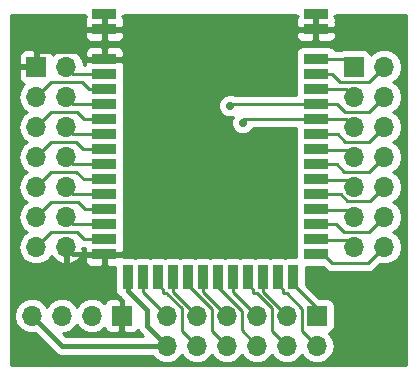
<source format=gtl>
G04 #@! TF.GenerationSoftware,KiCad,Pcbnew,5.0.0-rc2-unknown-c49a439~65~ubuntu18.04.1*
G04 #@! TF.CreationDate,2018-05-29T22:21:52+02:00*
G04 #@! TF.ProjectId,E73_breakout,4537335F627265616B6F75742E6B6963,rev?*
G04 #@! TF.SameCoordinates,Original*
G04 #@! TF.FileFunction,Copper,L1,Top,Signal*
G04 #@! TF.FilePolarity,Positive*
%FSLAX46Y46*%
G04 Gerber Fmt 4.6, Leading zero omitted, Abs format (unit mm)*
G04 Created by KiCad (PCBNEW 5.0.0-rc2-unknown-c49a439~65~ubuntu18.04.1) date Tue May 29 22:21:52 2018*
%MOMM*%
%LPD*%
G01*
G04 APERTURE LIST*
G04 #@! TA.AperFunction,ComponentPad*
%ADD10O,1.700000X1.700000*%
G04 #@! TD*
G04 #@! TA.AperFunction,ComponentPad*
%ADD11R,1.700000X1.700000*%
G04 #@! TD*
G04 #@! TA.AperFunction,SMDPad,CuDef*
%ADD12R,2.100000X0.900000*%
G04 #@! TD*
G04 #@! TA.AperFunction,SMDPad,CuDef*
%ADD13R,0.900000X2.100000*%
G04 #@! TD*
G04 #@! TA.AperFunction,ViaPad*
%ADD14C,0.700000*%
G04 #@! TD*
G04 #@! TA.AperFunction,Conductor*
%ADD15C,0.400000*%
G04 #@! TD*
G04 #@! TA.AperFunction,Conductor*
%ADD16C,0.250000*%
G04 #@! TD*
G04 #@! TA.AperFunction,Conductor*
%ADD17C,0.254000*%
G04 #@! TD*
G04 APERTURE END LIST*
D10*
G04 #@! TO.P,J1,14*
G04 #@! TO.N,GND*
X188317578Y-113556702D03*
G04 #@! TO.P,J1,13*
G04 #@! TO.N,DEC1*
X185777578Y-113556702D03*
G04 #@! TO.P,J1,12*
G04 #@! TO.N,DCC*
X188317578Y-111016702D03*
G04 #@! TO.P,J1,11*
G04 #@! TO.N,DEC4*
X185777578Y-111016702D03*
G04 #@! TO.P,J1,10*
G04 #@! TO.N,PO31*
X188317578Y-108476702D03*
G04 #@! TO.P,J1,9*
G04 #@! TO.N,PO30*
X185777578Y-108476702D03*
G04 #@! TO.P,J1,8*
G04 #@! TO.N,PO29*
X188317578Y-105936702D03*
G04 #@! TO.P,J1,7*
G04 #@! TO.N,PO28*
X185777578Y-105936702D03*
G04 #@! TO.P,J1,6*
G04 #@! TO.N,PO27*
X188317578Y-103396702D03*
G04 #@! TO.P,J1,5*
G04 #@! TO.N,PO26*
X185777578Y-103396702D03*
G04 #@! TO.P,J1,4*
G04 #@! TO.N,PO25*
X188317578Y-100856702D03*
G04 #@! TO.P,J1,3*
G04 #@! TO.N,DEC3*
X185777578Y-100856702D03*
G04 #@! TO.P,J1,2*
G04 #@! TO.N,DEC2*
X188317578Y-98316702D03*
D11*
G04 #@! TO.P,J1,1*
G04 #@! TO.N,GND*
X185777578Y-98316702D03*
G04 #@! TD*
G04 #@! TO.P,J2,1*
G04 #@! TO.N,PO24*
X212701578Y-98316702D03*
D10*
G04 #@! TO.P,J2,2*
G04 #@! TO.N,PO23*
X215241578Y-98316702D03*
G04 #@! TO.P,J2,3*
G04 #@! TO.N,PO22*
X212701578Y-100856702D03*
G04 #@! TO.P,J2,4*
G04 #@! TO.N,SWDIO*
X215241578Y-100856702D03*
G04 #@! TO.P,J2,5*
G04 #@! TO.N,SWDCLK*
X212701578Y-103396702D03*
G04 #@! TO.P,J2,6*
G04 #@! TO.N,PO21*
X215241578Y-103396702D03*
G04 #@! TO.P,J2,7*
G04 #@! TO.N,PO20*
X212701578Y-105936702D03*
G04 #@! TO.P,J2,8*
G04 #@! TO.N,PO19*
X215241578Y-105936702D03*
G04 #@! TO.P,J2,9*
G04 #@! TO.N,PO18*
X212701578Y-108476702D03*
G04 #@! TO.P,J2,10*
G04 #@! TO.N,PO17*
X215241578Y-108476702D03*
G04 #@! TO.P,J2,11*
G04 #@! TO.N,PO16*
X212701578Y-111016702D03*
G04 #@! TO.P,J2,12*
G04 #@! TO.N,PO15*
X215241578Y-111016702D03*
G04 #@! TO.P,J2,13*
G04 #@! TO.N,PO14*
X212701578Y-113556702D03*
G04 #@! TO.P,J2,14*
G04 #@! TO.N,PO13*
X215241578Y-113556702D03*
G04 #@! TD*
G04 #@! TO.P,J3,12*
G04 #@! TO.N,VCC*
X196850000Y-121920000D03*
G04 #@! TO.P,J3,11*
G04 #@! TO.N,PO02*
X196850000Y-119380000D03*
G04 #@! TO.P,J3,10*
G04 #@! TO.N,PO03*
X199390000Y-121920000D03*
G04 #@! TO.P,J3,9*
G04 #@! TO.N,PO04*
X199390000Y-119380000D03*
G04 #@! TO.P,J3,8*
G04 #@! TO.N,PO05*
X201930000Y-121920000D03*
G04 #@! TO.P,J3,7*
G04 #@! TO.N,PO06*
X201930000Y-119380000D03*
G04 #@! TO.P,J3,6*
G04 #@! TO.N,PO07*
X204470000Y-121920000D03*
G04 #@! TO.P,J3,5*
G04 #@! TO.N,PO08*
X204470000Y-119380000D03*
G04 #@! TO.P,J3,4*
G04 #@! TO.N,PO09*
X207010000Y-121920000D03*
G04 #@! TO.P,J3,3*
G04 #@! TO.N,PO10*
X207010000Y-119380000D03*
G04 #@! TO.P,J3,2*
G04 #@! TO.N,PO11*
X209550000Y-121920000D03*
D11*
G04 #@! TO.P,J3,1*
G04 #@! TO.N,PO12*
X209550000Y-119380000D03*
G04 #@! TD*
D12*
G04 #@! TO.P,E73-2G4M04S,1*
G04 #@! TO.N,GND*
X191564578Y-93846702D03*
G04 #@! TO.P,E73-2G4M04S,2*
X191564578Y-95116702D03*
G04 #@! TO.P,E73-2G4M04S,3*
X191564578Y-97656702D03*
G04 #@! TO.P,E73-2G4M04S,4*
G04 #@! TO.N,DEC2*
X191564578Y-98926702D03*
G04 #@! TO.P,E73-2G4M04S,5*
G04 #@! TO.N,DEC3*
X191564578Y-100196702D03*
G04 #@! TO.P,E73-2G4M04S,6*
G04 #@! TO.N,PO25*
X191564578Y-101466702D03*
G04 #@! TO.P,E73-2G4M04S,7*
G04 #@! TO.N,PO26*
X191564578Y-102736702D03*
G04 #@! TO.P,E73-2G4M04S,8*
G04 #@! TO.N,PO27*
X191564578Y-104006702D03*
G04 #@! TO.P,E73-2G4M04S,9*
G04 #@! TO.N,PO28*
X191564578Y-105276702D03*
G04 #@! TO.P,E73-2G4M04S,10*
G04 #@! TO.N,PO29*
X191564578Y-106546702D03*
G04 #@! TO.P,E73-2G4M04S,11*
G04 #@! TO.N,PO30*
X191564578Y-107816702D03*
G04 #@! TO.P,E73-2G4M04S,12*
G04 #@! TO.N,PO31*
X191564578Y-109086702D03*
G04 #@! TO.P,E73-2G4M04S,13*
G04 #@! TO.N,DEC4*
X191564578Y-110356702D03*
G04 #@! TO.P,E73-2G4M04S,14*
G04 #@! TO.N,DCC*
X191564578Y-111626702D03*
G04 #@! TO.P,E73-2G4M04S,15*
G04 #@! TO.N,DEC1*
X191564578Y-112896702D03*
G04 #@! TO.P,E73-2G4M04S,16*
G04 #@! TO.N,GND*
X191564578Y-114166702D03*
G04 #@! TO.P,E73-2G4M04S,29*
G04 #@! TO.N,PO13*
X209464578Y-114166702D03*
G04 #@! TO.P,E73-2G4M04S,30*
G04 #@! TO.N,PO14*
X209464578Y-112896702D03*
G04 #@! TO.P,E73-2G4M04S,31*
G04 #@! TO.N,PO15*
X209464578Y-111626702D03*
G04 #@! TO.P,E73-2G4M04S,32*
G04 #@! TO.N,PO16*
X209464578Y-110356702D03*
G04 #@! TO.P,E73-2G4M04S,33*
G04 #@! TO.N,PO17*
X209464578Y-109086702D03*
G04 #@! TO.P,E73-2G4M04S,34*
G04 #@! TO.N,PO18*
X209464578Y-107816702D03*
G04 #@! TO.P,E73-2G4M04S,35*
G04 #@! TO.N,PO19*
X209464578Y-106546702D03*
G04 #@! TO.P,E73-2G4M04S,36*
G04 #@! TO.N,PO20*
X209464578Y-105276702D03*
G04 #@! TO.P,E73-2G4M04S,37*
G04 #@! TO.N,PO21*
X209464578Y-104006702D03*
G04 #@! TO.P,E73-2G4M04S,38*
G04 #@! TO.N,SWDCLK*
X209464578Y-102736702D03*
G04 #@! TO.P,E73-2G4M04S,39*
G04 #@! TO.N,SWDIO*
X209464578Y-101466702D03*
G04 #@! TO.P,E73-2G4M04S,40*
G04 #@! TO.N,PO22*
X209464578Y-100196702D03*
G04 #@! TO.P,E73-2G4M04S,41*
G04 #@! TO.N,PO23*
X209464578Y-98926702D03*
G04 #@! TO.P,E73-2G4M04S,42*
G04 #@! TO.N,PO24*
X209464578Y-97656702D03*
G04 #@! TO.P,E73-2G4M04S,43*
G04 #@! TO.N,GND*
X209464578Y-95116702D03*
G04 #@! TO.P,E73-2G4M04S,44*
X209464578Y-93846702D03*
D13*
G04 #@! TO.P,E73-2G4M04S,17*
G04 #@! TO.N,VCC*
X193529578Y-116116702D03*
G04 #@! TO.P,E73-2G4M04S,18*
G04 #@! TO.N,PO02*
X194799578Y-116116702D03*
G04 #@! TO.P,E73-2G4M04S,19*
G04 #@! TO.N,PO03*
X196069578Y-116116702D03*
G04 #@! TO.P,E73-2G4M04S,20*
G04 #@! TO.N,PO04*
X197339578Y-116116702D03*
G04 #@! TO.P,E73-2G4M04S,21*
G04 #@! TO.N,PO05*
X198609578Y-116116702D03*
G04 #@! TO.P,E73-2G4M04S,22*
G04 #@! TO.N,PO06*
X199879578Y-116116702D03*
G04 #@! TO.P,E73-2G4M04S,23*
G04 #@! TO.N,PO07*
X201149578Y-116116702D03*
G04 #@! TO.P,E73-2G4M04S,24*
G04 #@! TO.N,PO08*
X202419578Y-116116702D03*
G04 #@! TO.P,E73-2G4M04S,25*
G04 #@! TO.N,PO09*
X203689578Y-116116702D03*
G04 #@! TO.P,E73-2G4M04S,26*
G04 #@! TO.N,PO10*
X204959578Y-116116702D03*
G04 #@! TO.P,E73-2G4M04S,27*
G04 #@! TO.N,PO11*
X206229578Y-116116702D03*
G04 #@! TO.P,E73-2G4M04S,28*
G04 #@! TO.N,PO12*
X207499578Y-116116702D03*
G04 #@! TD*
D10*
G04 #@! TO.P,J4,4*
G04 #@! TO.N,VCC*
X185420000Y-119380000D03*
G04 #@! TO.P,J4,3*
G04 #@! TO.N,SWDIO*
X187960000Y-119380000D03*
G04 #@! TO.P,J4,2*
G04 #@! TO.N,SWDCLK*
X190500000Y-119380000D03*
D11*
G04 #@! TO.P,J4,1*
G04 #@! TO.N,GND*
X193040000Y-119380000D03*
G04 #@! TD*
D14*
G04 #@! TO.N,SWDIO*
X202184000Y-101600000D03*
G04 #@! TO.N,SWDCLK*
X203286318Y-103037875D03*
G04 #@! TD*
D15*
G04 #@! TO.N,GND*
X185777578Y-97066702D02*
X185777578Y-98316702D01*
X189424577Y-96966701D02*
X185877579Y-96966701D01*
X190114578Y-97656702D02*
X189424577Y-96966701D01*
X185877579Y-96966701D02*
X185777578Y-97066702D01*
X191564578Y-97656702D02*
X190114578Y-97656702D01*
X188927578Y-114166702D02*
X188317578Y-113556702D01*
X191564578Y-114166702D02*
X188927578Y-114166702D01*
X191564578Y-93846702D02*
X191564578Y-95116702D01*
X209464578Y-93846702D02*
X209464578Y-95116702D01*
X191564578Y-115016702D02*
X191564578Y-114166702D01*
X191564578Y-116654578D02*
X191564578Y-115016702D01*
X193040000Y-118130000D02*
X191564578Y-116654578D01*
X193040000Y-119380000D02*
X193040000Y-118130000D01*
D16*
G04 #@! TO.N,DEC1*
X187084280Y-112250000D02*
X186627577Y-112706703D01*
X189225000Y-112250000D02*
X187084280Y-112250000D01*
X191564578Y-112896702D02*
X189871702Y-112896702D01*
X186627577Y-112706703D02*
X185777578Y-113556702D01*
X189871702Y-112896702D02*
X189225000Y-112250000D01*
G04 #@! TO.N,DCC*
X188927578Y-111626702D02*
X188317578Y-111016702D01*
X191564578Y-111626702D02*
X188927578Y-111626702D01*
G04 #@! TO.N,DEC4*
X186627577Y-110166703D02*
X185777578Y-111016702D01*
X187044280Y-109750000D02*
X186627577Y-110166703D01*
X189300000Y-109750000D02*
X187044280Y-109750000D01*
X191564578Y-110356702D02*
X189906702Y-110356702D01*
X189906702Y-110356702D02*
X189300000Y-109750000D01*
G04 #@! TO.N,PO31*
X188927578Y-109086702D02*
X188317578Y-108476702D01*
X191564578Y-109086702D02*
X188927578Y-109086702D01*
G04 #@! TO.N,PO30*
X186627577Y-107626703D02*
X185777578Y-108476702D01*
X187054280Y-107200000D02*
X186627577Y-107626703D01*
X189200000Y-107200000D02*
X187054280Y-107200000D01*
X191564578Y-107816702D02*
X189816702Y-107816702D01*
X189816702Y-107816702D02*
X189200000Y-107200000D01*
G04 #@! TO.N,PO29*
X188927578Y-106546702D02*
X188317578Y-105936702D01*
X191564578Y-106546702D02*
X188927578Y-106546702D01*
G04 #@! TO.N,PO28*
X186627577Y-105086703D02*
X185777578Y-105936702D01*
X187039280Y-104675000D02*
X186627577Y-105086703D01*
X189150000Y-104675000D02*
X187039280Y-104675000D01*
X191564578Y-105276702D02*
X189751702Y-105276702D01*
X189751702Y-105276702D02*
X189150000Y-104675000D01*
G04 #@! TO.N,PO27*
X188927578Y-104006702D02*
X188317578Y-103396702D01*
X191564578Y-104006702D02*
X188927578Y-104006702D01*
G04 #@! TO.N,PO26*
X186627577Y-102546703D02*
X185777578Y-103396702D01*
X187049280Y-102125000D02*
X186627577Y-102546703D01*
X189250000Y-102125000D02*
X187049280Y-102125000D01*
X191564578Y-102736702D02*
X189861702Y-102736702D01*
X189861702Y-102736702D02*
X189250000Y-102125000D01*
G04 #@! TO.N,PO25*
X188927578Y-101466702D02*
X188317578Y-100856702D01*
X191564578Y-101466702D02*
X188927578Y-101466702D01*
G04 #@! TO.N,DEC3*
X189642876Y-99575000D02*
X187059280Y-99575000D01*
X187059280Y-99575000D02*
X186627577Y-100006703D01*
X191564578Y-100196702D02*
X190264578Y-100196702D01*
X186627577Y-100006703D02*
X185777578Y-100856702D01*
X190264578Y-100196702D02*
X189642876Y-99575000D01*
G04 #@! TO.N,DEC2*
X188927578Y-98926702D02*
X188317578Y-98316702D01*
X191564578Y-98926702D02*
X188927578Y-98926702D01*
G04 #@! TO.N,PO24*
X212041578Y-97656702D02*
X212701578Y-98316702D01*
X209464578Y-97656702D02*
X212041578Y-97656702D01*
G04 #@! TO.N,PO23*
X214391579Y-99166701D02*
X215241578Y-98316702D01*
X213958280Y-99600000D02*
X214391579Y-99166701D01*
X211525000Y-99600000D02*
X213958280Y-99600000D01*
X209464578Y-98926702D02*
X210851702Y-98926702D01*
X210851702Y-98926702D02*
X211525000Y-99600000D01*
G04 #@! TO.N,PO22*
X212041578Y-100196702D02*
X212701578Y-100856702D01*
X209464578Y-100196702D02*
X212041578Y-100196702D01*
G04 #@! TO.N,SWDIO*
X209464578Y-101466702D02*
X202317298Y-101466702D01*
X202317298Y-101466702D02*
X202184000Y-101600000D01*
X214391579Y-101706701D02*
X215241578Y-100856702D01*
X213973280Y-102125000D02*
X214391579Y-101706701D01*
X211900000Y-102125000D02*
X213973280Y-102125000D01*
X209464578Y-101466702D02*
X211241702Y-101466702D01*
X211241702Y-101466702D02*
X211900000Y-102125000D01*
G04 #@! TO.N,SWDCLK*
X212041578Y-102736702D02*
X212701578Y-103396702D01*
X209464578Y-102736702D02*
X212041578Y-102736702D01*
X203333298Y-102736702D02*
X203200000Y-102870000D01*
X209464578Y-102736702D02*
X203333298Y-102736702D01*
X203286318Y-102956318D02*
X203286318Y-103037875D01*
X203200000Y-102870000D02*
X203286318Y-102956318D01*
G04 #@! TO.N,PO21*
X214391579Y-104246701D02*
X215241578Y-103396702D01*
X213963280Y-104675000D02*
X214391579Y-104246701D01*
X211975000Y-104675000D02*
X213963280Y-104675000D01*
X209464578Y-104006702D02*
X211306702Y-104006702D01*
X211306702Y-104006702D02*
X211975000Y-104675000D01*
G04 #@! TO.N,PO20*
X209464578Y-105276702D02*
X209562876Y-105375000D01*
X212139876Y-105375000D02*
X212701578Y-105936702D01*
X209562876Y-105375000D02*
X212139876Y-105375000D01*
G04 #@! TO.N,PO19*
X214391579Y-106786701D02*
X215241578Y-105936702D01*
X213978280Y-107200000D02*
X214391579Y-106786701D01*
X211875000Y-107200000D02*
X213978280Y-107200000D01*
X209464578Y-106546702D02*
X211221702Y-106546702D01*
X211221702Y-106546702D02*
X211875000Y-107200000D01*
G04 #@! TO.N,PO18*
X212149876Y-107925000D02*
X212701578Y-108476702D01*
X209464578Y-107816702D02*
X209572876Y-107925000D01*
X209572876Y-107925000D02*
X212149876Y-107925000D01*
G04 #@! TO.N,PO17*
X214066577Y-109651703D02*
X214391579Y-109326701D01*
X212137577Y-109651703D02*
X214066577Y-109651703D01*
X214391579Y-109326701D02*
X215241578Y-108476702D01*
X211572576Y-109086702D02*
X212137577Y-109651703D01*
X209464578Y-109086702D02*
X211572576Y-109086702D01*
G04 #@! TO.N,PO16*
X212134876Y-110450000D02*
X212701578Y-111016702D01*
X209464578Y-110356702D02*
X209557876Y-110450000D01*
X209557876Y-110450000D02*
X212134876Y-110450000D01*
G04 #@! TO.N,PO15*
X213958280Y-112300000D02*
X214391579Y-111866701D01*
X214391579Y-111866701D02*
X215241578Y-111016702D01*
X211850000Y-112300000D02*
X213958280Y-112300000D01*
X209464578Y-111626702D02*
X211176702Y-111626702D01*
X211176702Y-111626702D02*
X211850000Y-112300000D01*
G04 #@! TO.N,PO14*
X212119876Y-112975000D02*
X212701578Y-113556702D01*
X209464578Y-112896702D02*
X209542876Y-112975000D01*
X209542876Y-112975000D02*
X212119876Y-112975000D01*
G04 #@! TO.N,PO13*
X214391579Y-114406701D02*
X215241578Y-113556702D01*
X213848280Y-114950000D02*
X214391579Y-114406701D01*
X210847876Y-114950000D02*
X213848280Y-114950000D01*
X209464578Y-114166702D02*
X210064578Y-114166702D01*
X210064578Y-114166702D02*
X210847876Y-114950000D01*
D15*
G04 #@! TO.N,VCC*
X187960000Y-121920000D02*
X196850000Y-121920000D01*
X185420000Y-119380000D02*
X187960000Y-121920000D01*
X193529578Y-117246704D02*
X193529578Y-116116702D01*
X195200000Y-118917126D02*
X193529578Y-117246704D01*
X196850000Y-121920000D02*
X195200000Y-120270000D01*
X195200000Y-120270000D02*
X195200000Y-118917126D01*
D16*
G04 #@! TO.N,PO02*
X194799578Y-117329578D02*
X194799578Y-116116702D01*
X196850000Y-119380000D02*
X194799578Y-117329578D01*
G04 #@! TO.N,PO03*
X196069578Y-116669578D02*
X196069578Y-116116702D01*
X196564577Y-117164577D02*
X196069578Y-116669578D01*
X196564577Y-117426703D02*
X196564577Y-117164577D01*
X198125000Y-120655000D02*
X198125000Y-118751410D01*
X196889569Y-117515979D02*
X196889569Y-117491703D01*
X199390000Y-121920000D02*
X198125000Y-120655000D01*
X198125000Y-118751410D02*
X196889569Y-117515979D01*
X196629577Y-117491703D02*
X196564577Y-117426703D01*
X196889569Y-117491703D02*
X196629577Y-117491703D01*
G04 #@! TO.N,PO04*
X197339578Y-117329578D02*
X197339578Y-116116702D01*
X199390000Y-119380000D02*
X197339578Y-117329578D01*
G04 #@! TO.N,PO05*
X198609578Y-116809578D02*
X198609578Y-116116702D01*
X200650000Y-118850000D02*
X198609578Y-116809578D01*
X201930000Y-121920000D02*
X200650000Y-120640000D01*
X200650000Y-120640000D02*
X200650000Y-118850000D01*
G04 #@! TO.N,PO06*
X199879578Y-117329578D02*
X199879578Y-116116702D01*
X201930000Y-119380000D02*
X199879578Y-117329578D01*
G04 #@! TO.N,PO07*
X201149578Y-116931704D02*
X201149578Y-116116702D01*
X203175000Y-118957126D02*
X201149578Y-116931704D01*
X204470000Y-121920000D02*
X203175000Y-120625000D01*
X203175000Y-120625000D02*
X203175000Y-118957126D01*
G04 #@! TO.N,PO08*
X202419578Y-117329578D02*
X202419578Y-116116702D01*
X204470000Y-119380000D02*
X202419578Y-117329578D01*
G04 #@! TO.N,PO09*
X203689578Y-116714578D02*
X203689578Y-116116702D01*
X204184577Y-117209577D02*
X203689578Y-116714578D01*
X207010000Y-121920000D02*
X205725000Y-120635000D01*
X204466703Y-117491703D02*
X204249577Y-117491703D01*
X205725000Y-118750000D02*
X204466703Y-117491703D01*
X204249577Y-117491703D02*
X204184577Y-117426703D01*
X205725000Y-120635000D02*
X205725000Y-118750000D01*
X204184577Y-117426703D02*
X204184577Y-117209577D01*
G04 #@! TO.N,PO10*
X204959578Y-117329578D02*
X204959578Y-116116702D01*
X207010000Y-119380000D02*
X204959578Y-117329578D01*
G04 #@! TO.N,PO11*
X206229578Y-116729578D02*
X206229578Y-116116702D01*
X206724577Y-117224577D02*
X206229578Y-116729578D01*
X208275000Y-120645000D02*
X208275000Y-118775000D01*
X209550000Y-121920000D02*
X208275000Y-120645000D01*
X208275000Y-118775000D02*
X206991703Y-117491703D01*
X206991703Y-117491703D02*
X206789577Y-117491703D01*
X206789577Y-117491703D02*
X206724577Y-117426703D01*
X206724577Y-117426703D02*
X206724577Y-117224577D01*
G04 #@! TO.N,PO12*
X209550000Y-118767124D02*
X209550000Y-119380000D01*
X207499578Y-116716702D02*
X209550000Y-118767124D01*
X207499578Y-116116702D02*
X207499578Y-116716702D01*
G04 #@! TD*
D17*
G04 #@! TO.N,GND*
G36*
X189879578Y-93973704D02*
X190038326Y-93973704D01*
X189879578Y-94132452D01*
X189879578Y-94423011D01*
X189903889Y-94481702D01*
X189879578Y-94540393D01*
X189879578Y-94830952D01*
X190038328Y-94989702D01*
X191437578Y-94989702D01*
X191437578Y-93973702D01*
X191417578Y-93973702D01*
X191417578Y-93946702D01*
X191711578Y-93946702D01*
X191711578Y-93973702D01*
X191691578Y-93973702D01*
X191691578Y-94989702D01*
X193090828Y-94989702D01*
X193249578Y-94830952D01*
X193249578Y-94540393D01*
X193225267Y-94481702D01*
X193249578Y-94423011D01*
X193249578Y-94132452D01*
X193090830Y-93973704D01*
X193249578Y-93973704D01*
X193249578Y-93946702D01*
X207779578Y-93946702D01*
X207779578Y-93973704D01*
X207938326Y-93973704D01*
X207779578Y-94132452D01*
X207779578Y-94423011D01*
X207803889Y-94481702D01*
X207779578Y-94540393D01*
X207779578Y-94830952D01*
X207938328Y-94989702D01*
X209337578Y-94989702D01*
X209337578Y-93973702D01*
X209317578Y-93973702D01*
X209317578Y-93946702D01*
X209611578Y-93946702D01*
X209611578Y-93973702D01*
X209591578Y-93973702D01*
X209591578Y-94989702D01*
X210990828Y-94989702D01*
X211149578Y-94830952D01*
X211149578Y-94540393D01*
X211125267Y-94481702D01*
X211149578Y-94423011D01*
X211149578Y-94132452D01*
X210990830Y-93973704D01*
X211149578Y-93973704D01*
X211149578Y-93946702D01*
X217071578Y-93946702D01*
X217071579Y-123514702D01*
X183693578Y-123514702D01*
X183693578Y-119380000D01*
X183905908Y-119380000D01*
X184021161Y-119959418D01*
X184349375Y-120450625D01*
X184840582Y-120778839D01*
X185273744Y-120865000D01*
X185566256Y-120865000D01*
X185697939Y-120838807D01*
X187311417Y-122452285D01*
X187357999Y-122522001D01*
X187634199Y-122706552D01*
X187877763Y-122755000D01*
X187877766Y-122755000D01*
X187959999Y-122771357D01*
X188042232Y-122755000D01*
X195621935Y-122755000D01*
X195779375Y-122990625D01*
X196270582Y-123318839D01*
X196703744Y-123405000D01*
X196996256Y-123405000D01*
X197429418Y-123318839D01*
X197920625Y-122990625D01*
X198120000Y-122692239D01*
X198319375Y-122990625D01*
X198810582Y-123318839D01*
X199243744Y-123405000D01*
X199536256Y-123405000D01*
X199969418Y-123318839D01*
X200460625Y-122990625D01*
X200660000Y-122692239D01*
X200859375Y-122990625D01*
X201350582Y-123318839D01*
X201783744Y-123405000D01*
X202076256Y-123405000D01*
X202509418Y-123318839D01*
X203000625Y-122990625D01*
X203200000Y-122692239D01*
X203399375Y-122990625D01*
X203890582Y-123318839D01*
X204323744Y-123405000D01*
X204616256Y-123405000D01*
X205049418Y-123318839D01*
X205540625Y-122990625D01*
X205740000Y-122692239D01*
X205939375Y-122990625D01*
X206430582Y-123318839D01*
X206863744Y-123405000D01*
X207156256Y-123405000D01*
X207589418Y-123318839D01*
X208080625Y-122990625D01*
X208280000Y-122692239D01*
X208479375Y-122990625D01*
X208970582Y-123318839D01*
X209403744Y-123405000D01*
X209696256Y-123405000D01*
X210129418Y-123318839D01*
X210620625Y-122990625D01*
X210948839Y-122499418D01*
X211064092Y-121920000D01*
X210948839Y-121340582D01*
X210620625Y-120849375D01*
X210602381Y-120837184D01*
X210647765Y-120828157D01*
X210857809Y-120687809D01*
X210998157Y-120477765D01*
X211047440Y-120230000D01*
X211047440Y-118530000D01*
X210998157Y-118282235D01*
X210857809Y-118072191D01*
X210647765Y-117931843D01*
X210400000Y-117882560D01*
X209740238Y-117882560D01*
X208597018Y-116739341D01*
X208597018Y-115264142D01*
X210087216Y-115264142D01*
X210257547Y-115434473D01*
X210299947Y-115497929D01*
X210363403Y-115540329D01*
X210551338Y-115665904D01*
X210599481Y-115675480D01*
X210773024Y-115710000D01*
X210773028Y-115710000D01*
X210847876Y-115724888D01*
X210922724Y-115710000D01*
X213773433Y-115710000D01*
X213848280Y-115724888D01*
X213923127Y-115710000D01*
X213923132Y-115710000D01*
X214144817Y-115665904D01*
X214396209Y-115497929D01*
X214438611Y-115434470D01*
X214875171Y-114997911D01*
X215095322Y-115041702D01*
X215387834Y-115041702D01*
X215820996Y-114955541D01*
X216312203Y-114627327D01*
X216640417Y-114136120D01*
X216755670Y-113556702D01*
X216640417Y-112977284D01*
X216312203Y-112486077D01*
X216013817Y-112286702D01*
X216312203Y-112087327D01*
X216640417Y-111596120D01*
X216755670Y-111016702D01*
X216640417Y-110437284D01*
X216312203Y-109946077D01*
X216013817Y-109746702D01*
X216312203Y-109547327D01*
X216640417Y-109056120D01*
X216755670Y-108476702D01*
X216640417Y-107897284D01*
X216312203Y-107406077D01*
X216013817Y-107206702D01*
X216312203Y-107007327D01*
X216640417Y-106516120D01*
X216755670Y-105936702D01*
X216640417Y-105357284D01*
X216312203Y-104866077D01*
X216013817Y-104666702D01*
X216312203Y-104467327D01*
X216640417Y-103976120D01*
X216755670Y-103396702D01*
X216640417Y-102817284D01*
X216312203Y-102326077D01*
X216013817Y-102126702D01*
X216312203Y-101927327D01*
X216640417Y-101436120D01*
X216755670Y-100856702D01*
X216640417Y-100277284D01*
X216312203Y-99786077D01*
X216013817Y-99586702D01*
X216312203Y-99387327D01*
X216640417Y-98896120D01*
X216755670Y-98316702D01*
X216640417Y-97737284D01*
X216312203Y-97246077D01*
X215820996Y-96917863D01*
X215387834Y-96831702D01*
X215095322Y-96831702D01*
X214662160Y-96917863D01*
X214170953Y-97246077D01*
X214158762Y-97264321D01*
X214149735Y-97218937D01*
X214009387Y-97008893D01*
X213799343Y-96868545D01*
X213551578Y-96819262D01*
X211851578Y-96819262D01*
X211603813Y-96868545D01*
X211561673Y-96896702D01*
X211071151Y-96896702D01*
X210972387Y-96748893D01*
X210762343Y-96608545D01*
X210514578Y-96559262D01*
X208414578Y-96559262D01*
X208166813Y-96608545D01*
X207956769Y-96748893D01*
X207816421Y-96958937D01*
X207767138Y-97206702D01*
X207767138Y-98106702D01*
X207803936Y-98291702D01*
X207767138Y-98476702D01*
X207767138Y-99376702D01*
X207803936Y-99561702D01*
X207767138Y-99746702D01*
X207767138Y-100646702D01*
X207779073Y-100706702D01*
X202601316Y-100706702D01*
X202379929Y-100615000D01*
X201988071Y-100615000D01*
X201626042Y-100764958D01*
X201348958Y-101042042D01*
X201199000Y-101404071D01*
X201199000Y-101795929D01*
X201348958Y-102157958D01*
X201626042Y-102435042D01*
X201988071Y-102585000D01*
X202379929Y-102585000D01*
X202413511Y-102571090D01*
X202301318Y-102841946D01*
X202301318Y-103233804D01*
X202451276Y-103595833D01*
X202728360Y-103872917D01*
X203090389Y-104022875D01*
X203482247Y-104022875D01*
X203844276Y-103872917D01*
X204121360Y-103595833D01*
X204162422Y-103496702D01*
X207779073Y-103496702D01*
X207767138Y-103556702D01*
X207767138Y-104456702D01*
X207803936Y-104641702D01*
X207767138Y-104826702D01*
X207767138Y-105726702D01*
X207803936Y-105911702D01*
X207767138Y-106096702D01*
X207767138Y-106996702D01*
X207803936Y-107181702D01*
X207767138Y-107366702D01*
X207767138Y-108266702D01*
X207803936Y-108451702D01*
X207767138Y-108636702D01*
X207767138Y-109536702D01*
X207803936Y-109721702D01*
X207767138Y-109906702D01*
X207767138Y-110806702D01*
X207803936Y-110991702D01*
X207767138Y-111176702D01*
X207767138Y-112076702D01*
X207803936Y-112261702D01*
X207767138Y-112446702D01*
X207767138Y-113346702D01*
X207803936Y-113531702D01*
X207767138Y-113716702D01*
X207767138Y-114419262D01*
X207049578Y-114419262D01*
X206864578Y-114456060D01*
X206679578Y-114419262D01*
X205779578Y-114419262D01*
X205594578Y-114456060D01*
X205409578Y-114419262D01*
X204509578Y-114419262D01*
X204324578Y-114456060D01*
X204139578Y-114419262D01*
X203239578Y-114419262D01*
X203054578Y-114456060D01*
X202869578Y-114419262D01*
X201969578Y-114419262D01*
X201784578Y-114456060D01*
X201599578Y-114419262D01*
X200699578Y-114419262D01*
X200514578Y-114456060D01*
X200329578Y-114419262D01*
X199429578Y-114419262D01*
X199244578Y-114456060D01*
X199059578Y-114419262D01*
X198159578Y-114419262D01*
X197974578Y-114456060D01*
X197789578Y-114419262D01*
X196889578Y-114419262D01*
X196704578Y-114456060D01*
X196519578Y-114419262D01*
X195619578Y-114419262D01*
X195434578Y-114456060D01*
X195249578Y-114419262D01*
X194349578Y-114419262D01*
X194164578Y-114456060D01*
X193979578Y-114419262D01*
X193216388Y-114419262D01*
X193090828Y-114293702D01*
X191691578Y-114293702D01*
X191691578Y-115092952D01*
X191850328Y-115251702D01*
X192432138Y-115251702D01*
X192432138Y-117166702D01*
X192481421Y-117414467D01*
X192621769Y-117624511D01*
X192831813Y-117764859D01*
X192877644Y-117773975D01*
X192927577Y-117848705D01*
X192996862Y-117895000D01*
X192912998Y-117895000D01*
X192912998Y-118053748D01*
X192754250Y-117895000D01*
X192063690Y-117895000D01*
X191830301Y-117991673D01*
X191651673Y-118170302D01*
X191585096Y-118331033D01*
X191570625Y-118309375D01*
X191079418Y-117981161D01*
X190646256Y-117895000D01*
X190353744Y-117895000D01*
X189920582Y-117981161D01*
X189429375Y-118309375D01*
X189230000Y-118607761D01*
X189030625Y-118309375D01*
X188539418Y-117981161D01*
X188106256Y-117895000D01*
X187813744Y-117895000D01*
X187380582Y-117981161D01*
X186889375Y-118309375D01*
X186690000Y-118607761D01*
X186490625Y-118309375D01*
X185999418Y-117981161D01*
X185566256Y-117895000D01*
X185273744Y-117895000D01*
X184840582Y-117981161D01*
X184349375Y-118309375D01*
X184021161Y-118800582D01*
X183905908Y-119380000D01*
X183693578Y-119380000D01*
X183693578Y-100856702D01*
X184263486Y-100856702D01*
X184378739Y-101436120D01*
X184706953Y-101927327D01*
X185005339Y-102126702D01*
X184706953Y-102326077D01*
X184378739Y-102817284D01*
X184263486Y-103396702D01*
X184378739Y-103976120D01*
X184706953Y-104467327D01*
X185005339Y-104666702D01*
X184706953Y-104866077D01*
X184378739Y-105357284D01*
X184263486Y-105936702D01*
X184378739Y-106516120D01*
X184706953Y-107007327D01*
X185005339Y-107206702D01*
X184706953Y-107406077D01*
X184378739Y-107897284D01*
X184263486Y-108476702D01*
X184378739Y-109056120D01*
X184706953Y-109547327D01*
X185005339Y-109746702D01*
X184706953Y-109946077D01*
X184378739Y-110437284D01*
X184263486Y-111016702D01*
X184378739Y-111596120D01*
X184706953Y-112087327D01*
X185005339Y-112286702D01*
X184706953Y-112486077D01*
X184378739Y-112977284D01*
X184263486Y-113556702D01*
X184378739Y-114136120D01*
X184706953Y-114627327D01*
X185198160Y-114955541D01*
X185631322Y-115041702D01*
X185923834Y-115041702D01*
X186356996Y-114955541D01*
X186848203Y-114627327D01*
X187048931Y-114326916D01*
X187436220Y-114751885D01*
X187960686Y-114998188D01*
X188190578Y-114877521D01*
X188190578Y-113683702D01*
X188170578Y-113683702D01*
X188170578Y-113429702D01*
X188190578Y-113429702D01*
X188190578Y-113409702D01*
X188444578Y-113409702D01*
X188444578Y-113429702D01*
X188464578Y-113429702D01*
X188464578Y-113683702D01*
X188444578Y-113683702D01*
X188444578Y-114877521D01*
X188674470Y-114998188D01*
X189198936Y-114751885D01*
X189471819Y-114452452D01*
X189879578Y-114452452D01*
X189879578Y-114743011D01*
X189976251Y-114976400D01*
X190154879Y-115155029D01*
X190388268Y-115251702D01*
X191278828Y-115251702D01*
X191437578Y-115092952D01*
X191437578Y-114293702D01*
X190038328Y-114293702D01*
X189879578Y-114452452D01*
X189471819Y-114452452D01*
X189589223Y-114323626D01*
X189759054Y-113913592D01*
X189637734Y-113683704D01*
X189802578Y-113683704D01*
X189802578Y-113657841D01*
X189871702Y-113671590D01*
X189879578Y-113670023D01*
X189879578Y-113880952D01*
X190038328Y-114039702D01*
X191437578Y-114039702D01*
X191437578Y-114019702D01*
X191691578Y-114019702D01*
X191691578Y-114039702D01*
X193090828Y-114039702D01*
X193249578Y-113880952D01*
X193249578Y-113590393D01*
X193225235Y-113531624D01*
X193262018Y-113346702D01*
X193262018Y-112446702D01*
X193225220Y-112261702D01*
X193262018Y-112076702D01*
X193262018Y-111176702D01*
X193225220Y-110991702D01*
X193262018Y-110806702D01*
X193262018Y-109906702D01*
X193225220Y-109721702D01*
X193262018Y-109536702D01*
X193262018Y-108636702D01*
X193225220Y-108451702D01*
X193262018Y-108266702D01*
X193262018Y-107366702D01*
X193225220Y-107181702D01*
X193262018Y-106996702D01*
X193262018Y-106096702D01*
X193225220Y-105911702D01*
X193262018Y-105726702D01*
X193262018Y-104826702D01*
X193225220Y-104641702D01*
X193262018Y-104456702D01*
X193262018Y-103556702D01*
X193225220Y-103371702D01*
X193262018Y-103186702D01*
X193262018Y-102286702D01*
X193225220Y-102101702D01*
X193262018Y-101916702D01*
X193262018Y-101016702D01*
X193225220Y-100831702D01*
X193262018Y-100646702D01*
X193262018Y-99746702D01*
X193225220Y-99561702D01*
X193262018Y-99376702D01*
X193262018Y-98476702D01*
X193225235Y-98291780D01*
X193249578Y-98233011D01*
X193249578Y-97942452D01*
X193090828Y-97783702D01*
X191691578Y-97783702D01*
X191691578Y-97803702D01*
X191437578Y-97803702D01*
X191437578Y-97783702D01*
X190038328Y-97783702D01*
X189879578Y-97942452D01*
X189879578Y-98166702D01*
X189801833Y-98166702D01*
X189716417Y-97737284D01*
X189388203Y-97246077D01*
X189140240Y-97080393D01*
X189879578Y-97080393D01*
X189879578Y-97370952D01*
X190038328Y-97529702D01*
X191437578Y-97529702D01*
X191437578Y-96730452D01*
X191691578Y-96730452D01*
X191691578Y-97529702D01*
X193090828Y-97529702D01*
X193249578Y-97370952D01*
X193249578Y-97080393D01*
X193152905Y-96847004D01*
X192974277Y-96668375D01*
X192740888Y-96571702D01*
X191850328Y-96571702D01*
X191691578Y-96730452D01*
X191437578Y-96730452D01*
X191278828Y-96571702D01*
X190388268Y-96571702D01*
X190154879Y-96668375D01*
X189976251Y-96847004D01*
X189879578Y-97080393D01*
X189140240Y-97080393D01*
X188896996Y-96917863D01*
X188463834Y-96831702D01*
X188171322Y-96831702D01*
X187738160Y-96917863D01*
X187246953Y-97246077D01*
X187232482Y-97267734D01*
X187165905Y-97107003D01*
X186987276Y-96928375D01*
X186753887Y-96831702D01*
X186063328Y-96831702D01*
X185904578Y-96990452D01*
X185904578Y-98189702D01*
X185924578Y-98189702D01*
X185924578Y-98443702D01*
X185904578Y-98443702D01*
X185904578Y-98463702D01*
X185650578Y-98463702D01*
X185650578Y-98443702D01*
X184451328Y-98443702D01*
X184292578Y-98602452D01*
X184292578Y-99293012D01*
X184389251Y-99526401D01*
X184567880Y-99705029D01*
X184728611Y-99771606D01*
X184706953Y-99786077D01*
X184378739Y-100277284D01*
X184263486Y-100856702D01*
X183693578Y-100856702D01*
X183693578Y-97340392D01*
X184292578Y-97340392D01*
X184292578Y-98030952D01*
X184451328Y-98189702D01*
X185650578Y-98189702D01*
X185650578Y-96990452D01*
X185491828Y-96831702D01*
X184801269Y-96831702D01*
X184567880Y-96928375D01*
X184389251Y-97107003D01*
X184292578Y-97340392D01*
X183693578Y-97340392D01*
X183693578Y-95402452D01*
X189879578Y-95402452D01*
X189879578Y-95693011D01*
X189976251Y-95926400D01*
X190154879Y-96105029D01*
X190388268Y-96201702D01*
X191278828Y-96201702D01*
X191437578Y-96042952D01*
X191437578Y-95243702D01*
X191691578Y-95243702D01*
X191691578Y-96042952D01*
X191850328Y-96201702D01*
X192740888Y-96201702D01*
X192974277Y-96105029D01*
X193152905Y-95926400D01*
X193249578Y-95693011D01*
X193249578Y-95402452D01*
X207779578Y-95402452D01*
X207779578Y-95693011D01*
X207876251Y-95926400D01*
X208054879Y-96105029D01*
X208288268Y-96201702D01*
X209178828Y-96201702D01*
X209337578Y-96042952D01*
X209337578Y-95243702D01*
X209591578Y-95243702D01*
X209591578Y-96042952D01*
X209750328Y-96201702D01*
X210640888Y-96201702D01*
X210874277Y-96105029D01*
X211052905Y-95926400D01*
X211149578Y-95693011D01*
X211149578Y-95402452D01*
X210990828Y-95243702D01*
X209591578Y-95243702D01*
X209337578Y-95243702D01*
X207938328Y-95243702D01*
X207779578Y-95402452D01*
X193249578Y-95402452D01*
X193090828Y-95243702D01*
X191691578Y-95243702D01*
X191437578Y-95243702D01*
X190038328Y-95243702D01*
X189879578Y-95402452D01*
X183693578Y-95402452D01*
X183693578Y-93946702D01*
X189879578Y-93946702D01*
X189879578Y-93973704D01*
X189879578Y-93973704D01*
G37*
X189879578Y-93973704D02*
X190038326Y-93973704D01*
X189879578Y-94132452D01*
X189879578Y-94423011D01*
X189903889Y-94481702D01*
X189879578Y-94540393D01*
X189879578Y-94830952D01*
X190038328Y-94989702D01*
X191437578Y-94989702D01*
X191437578Y-93973702D01*
X191417578Y-93973702D01*
X191417578Y-93946702D01*
X191711578Y-93946702D01*
X191711578Y-93973702D01*
X191691578Y-93973702D01*
X191691578Y-94989702D01*
X193090828Y-94989702D01*
X193249578Y-94830952D01*
X193249578Y-94540393D01*
X193225267Y-94481702D01*
X193249578Y-94423011D01*
X193249578Y-94132452D01*
X193090830Y-93973704D01*
X193249578Y-93973704D01*
X193249578Y-93946702D01*
X207779578Y-93946702D01*
X207779578Y-93973704D01*
X207938326Y-93973704D01*
X207779578Y-94132452D01*
X207779578Y-94423011D01*
X207803889Y-94481702D01*
X207779578Y-94540393D01*
X207779578Y-94830952D01*
X207938328Y-94989702D01*
X209337578Y-94989702D01*
X209337578Y-93973702D01*
X209317578Y-93973702D01*
X209317578Y-93946702D01*
X209611578Y-93946702D01*
X209611578Y-93973702D01*
X209591578Y-93973702D01*
X209591578Y-94989702D01*
X210990828Y-94989702D01*
X211149578Y-94830952D01*
X211149578Y-94540393D01*
X211125267Y-94481702D01*
X211149578Y-94423011D01*
X211149578Y-94132452D01*
X210990830Y-93973704D01*
X211149578Y-93973704D01*
X211149578Y-93946702D01*
X217071578Y-93946702D01*
X217071579Y-123514702D01*
X183693578Y-123514702D01*
X183693578Y-119380000D01*
X183905908Y-119380000D01*
X184021161Y-119959418D01*
X184349375Y-120450625D01*
X184840582Y-120778839D01*
X185273744Y-120865000D01*
X185566256Y-120865000D01*
X185697939Y-120838807D01*
X187311417Y-122452285D01*
X187357999Y-122522001D01*
X187634199Y-122706552D01*
X187877763Y-122755000D01*
X187877766Y-122755000D01*
X187959999Y-122771357D01*
X188042232Y-122755000D01*
X195621935Y-122755000D01*
X195779375Y-122990625D01*
X196270582Y-123318839D01*
X196703744Y-123405000D01*
X196996256Y-123405000D01*
X197429418Y-123318839D01*
X197920625Y-122990625D01*
X198120000Y-122692239D01*
X198319375Y-122990625D01*
X198810582Y-123318839D01*
X199243744Y-123405000D01*
X199536256Y-123405000D01*
X199969418Y-123318839D01*
X200460625Y-122990625D01*
X200660000Y-122692239D01*
X200859375Y-122990625D01*
X201350582Y-123318839D01*
X201783744Y-123405000D01*
X202076256Y-123405000D01*
X202509418Y-123318839D01*
X203000625Y-122990625D01*
X203200000Y-122692239D01*
X203399375Y-122990625D01*
X203890582Y-123318839D01*
X204323744Y-123405000D01*
X204616256Y-123405000D01*
X205049418Y-123318839D01*
X205540625Y-122990625D01*
X205740000Y-122692239D01*
X205939375Y-122990625D01*
X206430582Y-123318839D01*
X206863744Y-123405000D01*
X207156256Y-123405000D01*
X207589418Y-123318839D01*
X208080625Y-122990625D01*
X208280000Y-122692239D01*
X208479375Y-122990625D01*
X208970582Y-123318839D01*
X209403744Y-123405000D01*
X209696256Y-123405000D01*
X210129418Y-123318839D01*
X210620625Y-122990625D01*
X210948839Y-122499418D01*
X211064092Y-121920000D01*
X210948839Y-121340582D01*
X210620625Y-120849375D01*
X210602381Y-120837184D01*
X210647765Y-120828157D01*
X210857809Y-120687809D01*
X210998157Y-120477765D01*
X211047440Y-120230000D01*
X211047440Y-118530000D01*
X210998157Y-118282235D01*
X210857809Y-118072191D01*
X210647765Y-117931843D01*
X210400000Y-117882560D01*
X209740238Y-117882560D01*
X208597018Y-116739341D01*
X208597018Y-115264142D01*
X210087216Y-115264142D01*
X210257547Y-115434473D01*
X210299947Y-115497929D01*
X210363403Y-115540329D01*
X210551338Y-115665904D01*
X210599481Y-115675480D01*
X210773024Y-115710000D01*
X210773028Y-115710000D01*
X210847876Y-115724888D01*
X210922724Y-115710000D01*
X213773433Y-115710000D01*
X213848280Y-115724888D01*
X213923127Y-115710000D01*
X213923132Y-115710000D01*
X214144817Y-115665904D01*
X214396209Y-115497929D01*
X214438611Y-115434470D01*
X214875171Y-114997911D01*
X215095322Y-115041702D01*
X215387834Y-115041702D01*
X215820996Y-114955541D01*
X216312203Y-114627327D01*
X216640417Y-114136120D01*
X216755670Y-113556702D01*
X216640417Y-112977284D01*
X216312203Y-112486077D01*
X216013817Y-112286702D01*
X216312203Y-112087327D01*
X216640417Y-111596120D01*
X216755670Y-111016702D01*
X216640417Y-110437284D01*
X216312203Y-109946077D01*
X216013817Y-109746702D01*
X216312203Y-109547327D01*
X216640417Y-109056120D01*
X216755670Y-108476702D01*
X216640417Y-107897284D01*
X216312203Y-107406077D01*
X216013817Y-107206702D01*
X216312203Y-107007327D01*
X216640417Y-106516120D01*
X216755670Y-105936702D01*
X216640417Y-105357284D01*
X216312203Y-104866077D01*
X216013817Y-104666702D01*
X216312203Y-104467327D01*
X216640417Y-103976120D01*
X216755670Y-103396702D01*
X216640417Y-102817284D01*
X216312203Y-102326077D01*
X216013817Y-102126702D01*
X216312203Y-101927327D01*
X216640417Y-101436120D01*
X216755670Y-100856702D01*
X216640417Y-100277284D01*
X216312203Y-99786077D01*
X216013817Y-99586702D01*
X216312203Y-99387327D01*
X216640417Y-98896120D01*
X216755670Y-98316702D01*
X216640417Y-97737284D01*
X216312203Y-97246077D01*
X215820996Y-96917863D01*
X215387834Y-96831702D01*
X215095322Y-96831702D01*
X214662160Y-96917863D01*
X214170953Y-97246077D01*
X214158762Y-97264321D01*
X214149735Y-97218937D01*
X214009387Y-97008893D01*
X213799343Y-96868545D01*
X213551578Y-96819262D01*
X211851578Y-96819262D01*
X211603813Y-96868545D01*
X211561673Y-96896702D01*
X211071151Y-96896702D01*
X210972387Y-96748893D01*
X210762343Y-96608545D01*
X210514578Y-96559262D01*
X208414578Y-96559262D01*
X208166813Y-96608545D01*
X207956769Y-96748893D01*
X207816421Y-96958937D01*
X207767138Y-97206702D01*
X207767138Y-98106702D01*
X207803936Y-98291702D01*
X207767138Y-98476702D01*
X207767138Y-99376702D01*
X207803936Y-99561702D01*
X207767138Y-99746702D01*
X207767138Y-100646702D01*
X207779073Y-100706702D01*
X202601316Y-100706702D01*
X202379929Y-100615000D01*
X201988071Y-100615000D01*
X201626042Y-100764958D01*
X201348958Y-101042042D01*
X201199000Y-101404071D01*
X201199000Y-101795929D01*
X201348958Y-102157958D01*
X201626042Y-102435042D01*
X201988071Y-102585000D01*
X202379929Y-102585000D01*
X202413511Y-102571090D01*
X202301318Y-102841946D01*
X202301318Y-103233804D01*
X202451276Y-103595833D01*
X202728360Y-103872917D01*
X203090389Y-104022875D01*
X203482247Y-104022875D01*
X203844276Y-103872917D01*
X204121360Y-103595833D01*
X204162422Y-103496702D01*
X207779073Y-103496702D01*
X207767138Y-103556702D01*
X207767138Y-104456702D01*
X207803936Y-104641702D01*
X207767138Y-104826702D01*
X207767138Y-105726702D01*
X207803936Y-105911702D01*
X207767138Y-106096702D01*
X207767138Y-106996702D01*
X207803936Y-107181702D01*
X207767138Y-107366702D01*
X207767138Y-108266702D01*
X207803936Y-108451702D01*
X207767138Y-108636702D01*
X207767138Y-109536702D01*
X207803936Y-109721702D01*
X207767138Y-109906702D01*
X207767138Y-110806702D01*
X207803936Y-110991702D01*
X207767138Y-111176702D01*
X207767138Y-112076702D01*
X207803936Y-112261702D01*
X207767138Y-112446702D01*
X207767138Y-113346702D01*
X207803936Y-113531702D01*
X207767138Y-113716702D01*
X207767138Y-114419262D01*
X207049578Y-114419262D01*
X206864578Y-114456060D01*
X206679578Y-114419262D01*
X205779578Y-114419262D01*
X205594578Y-114456060D01*
X205409578Y-114419262D01*
X204509578Y-114419262D01*
X204324578Y-114456060D01*
X204139578Y-114419262D01*
X203239578Y-114419262D01*
X203054578Y-114456060D01*
X202869578Y-114419262D01*
X201969578Y-114419262D01*
X201784578Y-114456060D01*
X201599578Y-114419262D01*
X200699578Y-114419262D01*
X200514578Y-114456060D01*
X200329578Y-114419262D01*
X199429578Y-114419262D01*
X199244578Y-114456060D01*
X199059578Y-114419262D01*
X198159578Y-114419262D01*
X197974578Y-114456060D01*
X197789578Y-114419262D01*
X196889578Y-114419262D01*
X196704578Y-114456060D01*
X196519578Y-114419262D01*
X195619578Y-114419262D01*
X195434578Y-114456060D01*
X195249578Y-114419262D01*
X194349578Y-114419262D01*
X194164578Y-114456060D01*
X193979578Y-114419262D01*
X193216388Y-114419262D01*
X193090828Y-114293702D01*
X191691578Y-114293702D01*
X191691578Y-115092952D01*
X191850328Y-115251702D01*
X192432138Y-115251702D01*
X192432138Y-117166702D01*
X192481421Y-117414467D01*
X192621769Y-117624511D01*
X192831813Y-117764859D01*
X192877644Y-117773975D01*
X192927577Y-117848705D01*
X192996862Y-117895000D01*
X192912998Y-117895000D01*
X192912998Y-118053748D01*
X192754250Y-117895000D01*
X192063690Y-117895000D01*
X191830301Y-117991673D01*
X191651673Y-118170302D01*
X191585096Y-118331033D01*
X191570625Y-118309375D01*
X191079418Y-117981161D01*
X190646256Y-117895000D01*
X190353744Y-117895000D01*
X189920582Y-117981161D01*
X189429375Y-118309375D01*
X189230000Y-118607761D01*
X189030625Y-118309375D01*
X188539418Y-117981161D01*
X188106256Y-117895000D01*
X187813744Y-117895000D01*
X187380582Y-117981161D01*
X186889375Y-118309375D01*
X186690000Y-118607761D01*
X186490625Y-118309375D01*
X185999418Y-117981161D01*
X185566256Y-117895000D01*
X185273744Y-117895000D01*
X184840582Y-117981161D01*
X184349375Y-118309375D01*
X184021161Y-118800582D01*
X183905908Y-119380000D01*
X183693578Y-119380000D01*
X183693578Y-100856702D01*
X184263486Y-100856702D01*
X184378739Y-101436120D01*
X184706953Y-101927327D01*
X185005339Y-102126702D01*
X184706953Y-102326077D01*
X184378739Y-102817284D01*
X184263486Y-103396702D01*
X184378739Y-103976120D01*
X184706953Y-104467327D01*
X185005339Y-104666702D01*
X184706953Y-104866077D01*
X184378739Y-105357284D01*
X184263486Y-105936702D01*
X184378739Y-106516120D01*
X184706953Y-107007327D01*
X185005339Y-107206702D01*
X184706953Y-107406077D01*
X184378739Y-107897284D01*
X184263486Y-108476702D01*
X184378739Y-109056120D01*
X184706953Y-109547327D01*
X185005339Y-109746702D01*
X184706953Y-109946077D01*
X184378739Y-110437284D01*
X184263486Y-111016702D01*
X184378739Y-111596120D01*
X184706953Y-112087327D01*
X185005339Y-112286702D01*
X184706953Y-112486077D01*
X184378739Y-112977284D01*
X184263486Y-113556702D01*
X184378739Y-114136120D01*
X184706953Y-114627327D01*
X185198160Y-114955541D01*
X185631322Y-115041702D01*
X185923834Y-115041702D01*
X186356996Y-114955541D01*
X186848203Y-114627327D01*
X187048931Y-114326916D01*
X187436220Y-114751885D01*
X187960686Y-114998188D01*
X188190578Y-114877521D01*
X188190578Y-113683702D01*
X188170578Y-113683702D01*
X188170578Y-113429702D01*
X188190578Y-113429702D01*
X188190578Y-113409702D01*
X188444578Y-113409702D01*
X188444578Y-113429702D01*
X188464578Y-113429702D01*
X188464578Y-113683702D01*
X188444578Y-113683702D01*
X188444578Y-114877521D01*
X188674470Y-114998188D01*
X189198936Y-114751885D01*
X189471819Y-114452452D01*
X189879578Y-114452452D01*
X189879578Y-114743011D01*
X189976251Y-114976400D01*
X190154879Y-115155029D01*
X190388268Y-115251702D01*
X191278828Y-115251702D01*
X191437578Y-115092952D01*
X191437578Y-114293702D01*
X190038328Y-114293702D01*
X189879578Y-114452452D01*
X189471819Y-114452452D01*
X189589223Y-114323626D01*
X189759054Y-113913592D01*
X189637734Y-113683704D01*
X189802578Y-113683704D01*
X189802578Y-113657841D01*
X189871702Y-113671590D01*
X189879578Y-113670023D01*
X189879578Y-113880952D01*
X190038328Y-114039702D01*
X191437578Y-114039702D01*
X191437578Y-114019702D01*
X191691578Y-114019702D01*
X191691578Y-114039702D01*
X193090828Y-114039702D01*
X193249578Y-113880952D01*
X193249578Y-113590393D01*
X193225235Y-113531624D01*
X193262018Y-113346702D01*
X193262018Y-112446702D01*
X193225220Y-112261702D01*
X193262018Y-112076702D01*
X193262018Y-111176702D01*
X193225220Y-110991702D01*
X193262018Y-110806702D01*
X193262018Y-109906702D01*
X193225220Y-109721702D01*
X193262018Y-109536702D01*
X193262018Y-108636702D01*
X193225220Y-108451702D01*
X193262018Y-108266702D01*
X193262018Y-107366702D01*
X193225220Y-107181702D01*
X193262018Y-106996702D01*
X193262018Y-106096702D01*
X193225220Y-105911702D01*
X193262018Y-105726702D01*
X193262018Y-104826702D01*
X193225220Y-104641702D01*
X193262018Y-104456702D01*
X193262018Y-103556702D01*
X193225220Y-103371702D01*
X193262018Y-103186702D01*
X193262018Y-102286702D01*
X193225220Y-102101702D01*
X193262018Y-101916702D01*
X193262018Y-101016702D01*
X193225220Y-100831702D01*
X193262018Y-100646702D01*
X193262018Y-99746702D01*
X193225220Y-99561702D01*
X193262018Y-99376702D01*
X193262018Y-98476702D01*
X193225235Y-98291780D01*
X193249578Y-98233011D01*
X193249578Y-97942452D01*
X193090828Y-97783702D01*
X191691578Y-97783702D01*
X191691578Y-97803702D01*
X191437578Y-97803702D01*
X191437578Y-97783702D01*
X190038328Y-97783702D01*
X189879578Y-97942452D01*
X189879578Y-98166702D01*
X189801833Y-98166702D01*
X189716417Y-97737284D01*
X189388203Y-97246077D01*
X189140240Y-97080393D01*
X189879578Y-97080393D01*
X189879578Y-97370952D01*
X190038328Y-97529702D01*
X191437578Y-97529702D01*
X191437578Y-96730452D01*
X191691578Y-96730452D01*
X191691578Y-97529702D01*
X193090828Y-97529702D01*
X193249578Y-97370952D01*
X193249578Y-97080393D01*
X193152905Y-96847004D01*
X192974277Y-96668375D01*
X192740888Y-96571702D01*
X191850328Y-96571702D01*
X191691578Y-96730452D01*
X191437578Y-96730452D01*
X191278828Y-96571702D01*
X190388268Y-96571702D01*
X190154879Y-96668375D01*
X189976251Y-96847004D01*
X189879578Y-97080393D01*
X189140240Y-97080393D01*
X188896996Y-96917863D01*
X188463834Y-96831702D01*
X188171322Y-96831702D01*
X187738160Y-96917863D01*
X187246953Y-97246077D01*
X187232482Y-97267734D01*
X187165905Y-97107003D01*
X186987276Y-96928375D01*
X186753887Y-96831702D01*
X186063328Y-96831702D01*
X185904578Y-96990452D01*
X185904578Y-98189702D01*
X185924578Y-98189702D01*
X185924578Y-98443702D01*
X185904578Y-98443702D01*
X185904578Y-98463702D01*
X185650578Y-98463702D01*
X185650578Y-98443702D01*
X184451328Y-98443702D01*
X184292578Y-98602452D01*
X184292578Y-99293012D01*
X184389251Y-99526401D01*
X184567880Y-99705029D01*
X184728611Y-99771606D01*
X184706953Y-99786077D01*
X184378739Y-100277284D01*
X184263486Y-100856702D01*
X183693578Y-100856702D01*
X183693578Y-97340392D01*
X184292578Y-97340392D01*
X184292578Y-98030952D01*
X184451328Y-98189702D01*
X185650578Y-98189702D01*
X185650578Y-96990452D01*
X185491828Y-96831702D01*
X184801269Y-96831702D01*
X184567880Y-96928375D01*
X184389251Y-97107003D01*
X184292578Y-97340392D01*
X183693578Y-97340392D01*
X183693578Y-95402452D01*
X189879578Y-95402452D01*
X189879578Y-95693011D01*
X189976251Y-95926400D01*
X190154879Y-96105029D01*
X190388268Y-96201702D01*
X191278828Y-96201702D01*
X191437578Y-96042952D01*
X191437578Y-95243702D01*
X191691578Y-95243702D01*
X191691578Y-96042952D01*
X191850328Y-96201702D01*
X192740888Y-96201702D01*
X192974277Y-96105029D01*
X193152905Y-95926400D01*
X193249578Y-95693011D01*
X193249578Y-95402452D01*
X207779578Y-95402452D01*
X207779578Y-95693011D01*
X207876251Y-95926400D01*
X208054879Y-96105029D01*
X208288268Y-96201702D01*
X209178828Y-96201702D01*
X209337578Y-96042952D01*
X209337578Y-95243702D01*
X209591578Y-95243702D01*
X209591578Y-96042952D01*
X209750328Y-96201702D01*
X210640888Y-96201702D01*
X210874277Y-96105029D01*
X211052905Y-95926400D01*
X211149578Y-95693011D01*
X211149578Y-95402452D01*
X210990828Y-95243702D01*
X209591578Y-95243702D01*
X209337578Y-95243702D01*
X207938328Y-95243702D01*
X207779578Y-95402452D01*
X193249578Y-95402452D01*
X193090828Y-95243702D01*
X191691578Y-95243702D01*
X191437578Y-95243702D01*
X190038328Y-95243702D01*
X189879578Y-95402452D01*
X183693578Y-95402452D01*
X183693578Y-93946702D01*
X189879578Y-93946702D01*
X189879578Y-93973704D01*
G36*
X193167000Y-119253000D02*
X193187000Y-119253000D01*
X193187000Y-119507000D01*
X193167000Y-119507000D01*
X193167000Y-120706250D01*
X193325750Y-120865000D01*
X194016310Y-120865000D01*
X194249699Y-120768327D01*
X194416964Y-120601061D01*
X194597999Y-120872001D01*
X194667720Y-120918587D01*
X194834133Y-121085000D01*
X188305869Y-121085000D01*
X188085869Y-120865000D01*
X188106256Y-120865000D01*
X188539418Y-120778839D01*
X189030625Y-120450625D01*
X189230000Y-120152239D01*
X189429375Y-120450625D01*
X189920582Y-120778839D01*
X190353744Y-120865000D01*
X190646256Y-120865000D01*
X191079418Y-120778839D01*
X191570625Y-120450625D01*
X191585096Y-120428967D01*
X191651673Y-120589698D01*
X191830301Y-120768327D01*
X192063690Y-120865000D01*
X192754250Y-120865000D01*
X192913000Y-120706250D01*
X192913000Y-119507000D01*
X192893000Y-119507000D01*
X192893000Y-119253000D01*
X192913000Y-119253000D01*
X192913000Y-119233000D01*
X193167000Y-119233000D01*
X193167000Y-119253000D01*
X193167000Y-119253000D01*
G37*
X193167000Y-119253000D02*
X193187000Y-119253000D01*
X193187000Y-119507000D01*
X193167000Y-119507000D01*
X193167000Y-120706250D01*
X193325750Y-120865000D01*
X194016310Y-120865000D01*
X194249699Y-120768327D01*
X194416964Y-120601061D01*
X194597999Y-120872001D01*
X194667720Y-120918587D01*
X194834133Y-121085000D01*
X188305869Y-121085000D01*
X188085869Y-120865000D01*
X188106256Y-120865000D01*
X188539418Y-120778839D01*
X189030625Y-120450625D01*
X189230000Y-120152239D01*
X189429375Y-120450625D01*
X189920582Y-120778839D01*
X190353744Y-120865000D01*
X190646256Y-120865000D01*
X191079418Y-120778839D01*
X191570625Y-120450625D01*
X191585096Y-120428967D01*
X191651673Y-120589698D01*
X191830301Y-120768327D01*
X192063690Y-120865000D01*
X192754250Y-120865000D01*
X192913000Y-120706250D01*
X192913000Y-119507000D01*
X192893000Y-119507000D01*
X192893000Y-119253000D01*
X192913000Y-119253000D01*
X192913000Y-119233000D01*
X193167000Y-119233000D01*
X193167000Y-119253000D01*
G04 #@! TD*
M02*

</source>
